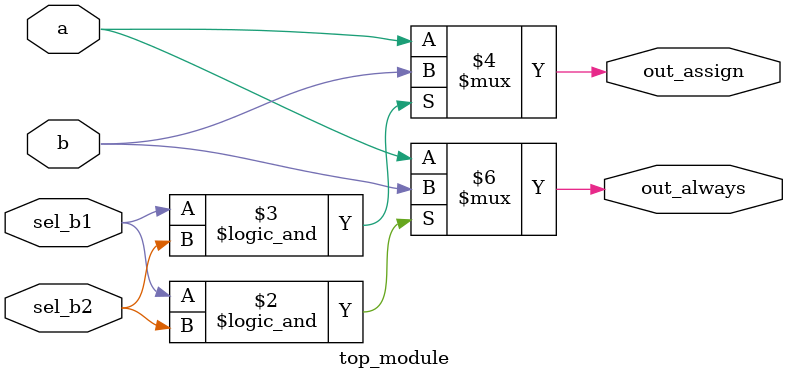
<source format=v>
module top_module(
    input a,
    input b,
    input sel_b1,
    input sel_b2,
    output wire out_assign,
    output reg out_always   ); 
    always@(*)begin
        if(sel_b1&&sel_b2)begin
            out_always = b;end
        else begin
            out_always = a;end
    end
    assign out_assign = (sel_b1&&sel_b2) ? b : a;
endmodule

</source>
